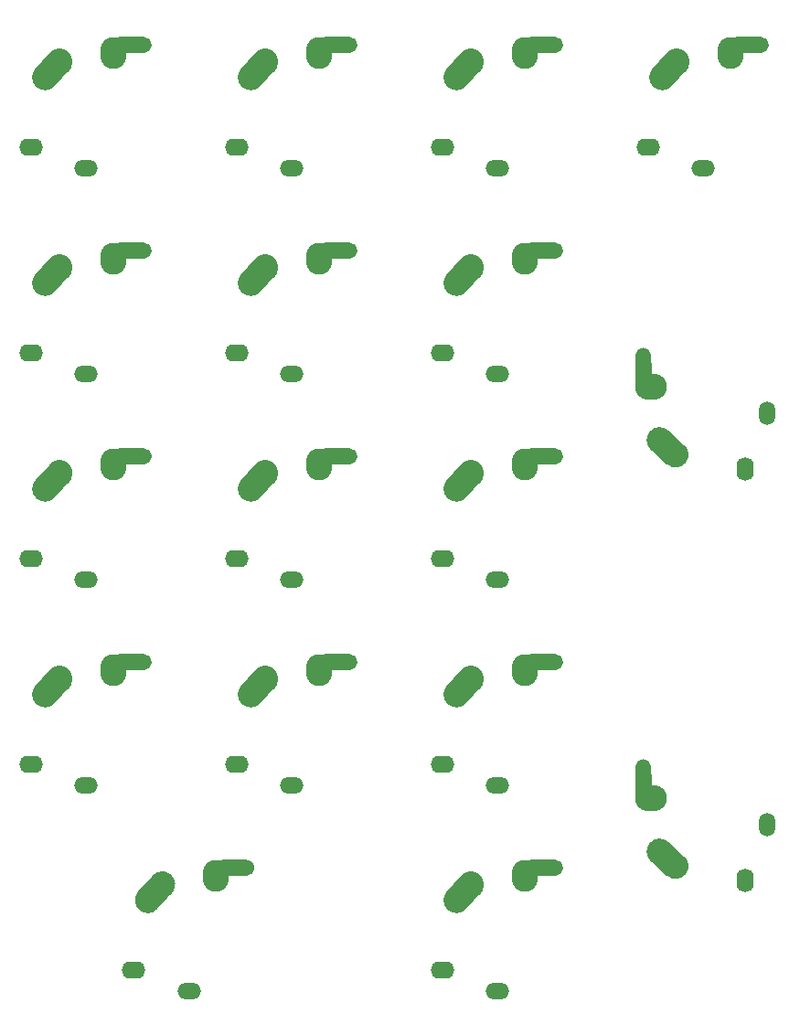
<source format=gbs>
G04 #@! TF.GenerationSoftware,KiCad,Pcbnew,(5.1.10)-1*
G04 #@! TF.CreationDate,2021-05-19T19:05:48-07:00*
G04 #@! TF.ProjectId,numpad,6e756d70-6164-42e6-9b69-6361645f7063,rev?*
G04 #@! TF.SameCoordinates,Original*
G04 #@! TF.FileFunction,Soldermask,Bot*
G04 #@! TF.FilePolarity,Negative*
%FSLAX46Y46*%
G04 Gerber Fmt 4.6, Leading zero omitted, Abs format (unit mm)*
G04 Created by KiCad (PCBNEW (5.1.10)-1) date 2021-05-19 19:05:48*
%MOMM*%
%LPD*%
G01*
G04 APERTURE LIST*
%ADD10O,2.400000X2.950000*%
%ADD11C,2.400000*%
%ADD12O,2.200000X1.600000*%
%ADD13O,2.200000X1.500000*%
%ADD14O,2.950000X2.400000*%
%ADD15O,1.600000X2.200000*%
%ADD16O,1.500000X2.200000*%
G04 APERTURE END LIST*
G36*
G01*
X130245726Y-127615793D02*
X131583988Y-126129503D01*
G75*
G02*
X133278719Y-126040686I891774J-802957D01*
G01*
X133278719Y-126040686D01*
G75*
G02*
X133367536Y-127735417I-802957J-891774D01*
G01*
X132029274Y-129221707D01*
G75*
G02*
X130334543Y-129310524I-891774J802957D01*
G01*
X130334543Y-129310524D01*
G75*
G02*
X130245726Y-127615793I802957J891774D01*
G01*
G37*
D10*
X137437500Y-126168750D03*
D11*
X132437500Y-126968750D03*
G36*
G01*
X136637626Y-125447547D02*
X136637626Y-125447547D01*
G75*
G02*
X137381052Y-124691031I749971J6545D01*
G01*
X140280942Y-124665725D01*
G75*
G02*
X141037458Y-125409151I6545J-749971D01*
G01*
X141037458Y-125409151D01*
G75*
G02*
X140294032Y-126165667I-749971J-6545D01*
G01*
X137394142Y-126190973D01*
G75*
G02*
X136637626Y-125447547I-6545J749971D01*
G01*
G37*
D12*
X129837500Y-134868750D03*
D13*
X134937500Y-136868750D03*
X134937500Y-117818750D03*
D12*
X129837500Y-115818750D03*
G36*
G01*
X136637626Y-106397547D02*
X136637626Y-106397547D01*
G75*
G02*
X137381052Y-105641031I749971J6545D01*
G01*
X140280942Y-105615725D01*
G75*
G02*
X141037458Y-106359151I6545J-749971D01*
G01*
X141037458Y-106359151D01*
G75*
G02*
X140294032Y-107115667I-749971J-6545D01*
G01*
X137394142Y-107140973D01*
G75*
G02*
X136637626Y-106397547I-6545J749971D01*
G01*
G37*
D11*
X132437500Y-107918750D03*
D10*
X137437500Y-107118750D03*
G36*
G01*
X130245726Y-108565793D02*
X131583988Y-107079503D01*
G75*
G02*
X133278719Y-106990686I891774J-802957D01*
G01*
X133278719Y-106990686D01*
G75*
G02*
X133367536Y-108685417I-802957J-891774D01*
G01*
X132029274Y-110171707D01*
G75*
G02*
X130334543Y-110260524I-891774J802957D01*
G01*
X130334543Y-110260524D01*
G75*
G02*
X130245726Y-108565793I802957J891774D01*
G01*
G37*
G36*
G01*
X111195726Y-108565793D02*
X112533988Y-107079503D01*
G75*
G02*
X114228719Y-106990686I891774J-802957D01*
G01*
X114228719Y-106990686D01*
G75*
G02*
X114317536Y-108685417I-802957J-891774D01*
G01*
X112979274Y-110171707D01*
G75*
G02*
X111284543Y-110260524I-891774J802957D01*
G01*
X111284543Y-110260524D01*
G75*
G02*
X111195726Y-108565793I802957J891774D01*
G01*
G37*
X118387500Y-107118750D03*
D11*
X113387500Y-107918750D03*
G36*
G01*
X117587626Y-106397547D02*
X117587626Y-106397547D01*
G75*
G02*
X118331052Y-105641031I749971J6545D01*
G01*
X121230942Y-105615725D01*
G75*
G02*
X121987458Y-106359151I6545J-749971D01*
G01*
X121987458Y-106359151D01*
G75*
G02*
X121244032Y-107115667I-749971J-6545D01*
G01*
X118344142Y-107140973D01*
G75*
G02*
X117587626Y-106397547I-6545J749971D01*
G01*
G37*
D12*
X110787500Y-115818750D03*
D13*
X115887500Y-117818750D03*
X96837500Y-117818750D03*
D12*
X91737500Y-115818750D03*
G36*
G01*
X98537626Y-106397547D02*
X98537626Y-106397547D01*
G75*
G02*
X99281052Y-105641031I749971J6545D01*
G01*
X102180942Y-105615725D01*
G75*
G02*
X102937458Y-106359151I6545J-749971D01*
G01*
X102937458Y-106359151D01*
G75*
G02*
X102194032Y-107115667I-749971J-6545D01*
G01*
X99294142Y-107140973D01*
G75*
G02*
X98537626Y-106397547I-6545J749971D01*
G01*
G37*
D11*
X94337500Y-107918750D03*
D10*
X99337500Y-107118750D03*
G36*
G01*
X92145726Y-108565793D02*
X93483988Y-107079503D01*
G75*
G02*
X95178719Y-106990686I891774J-802957D01*
G01*
X95178719Y-106990686D01*
G75*
G02*
X95267536Y-108685417I-802957J-891774D01*
G01*
X93929274Y-110171707D01*
G75*
G02*
X92234543Y-110260524I-891774J802957D01*
G01*
X92234543Y-110260524D01*
G75*
G02*
X92145726Y-108565793I802957J891774D01*
G01*
G37*
G36*
G01*
X130245726Y-89515793D02*
X131583988Y-88029503D01*
G75*
G02*
X133278719Y-87940686I891774J-802957D01*
G01*
X133278719Y-87940686D01*
G75*
G02*
X133367536Y-89635417I-802957J-891774D01*
G01*
X132029274Y-91121707D01*
G75*
G02*
X130334543Y-91210524I-891774J802957D01*
G01*
X130334543Y-91210524D01*
G75*
G02*
X130245726Y-89515793I802957J891774D01*
G01*
G37*
X137437500Y-88068750D03*
D11*
X132437500Y-88868750D03*
G36*
G01*
X136637626Y-87347547D02*
X136637626Y-87347547D01*
G75*
G02*
X137381052Y-86591031I749971J6545D01*
G01*
X140280942Y-86565725D01*
G75*
G02*
X141037458Y-87309151I6545J-749971D01*
G01*
X141037458Y-87309151D01*
G75*
G02*
X140294032Y-88065667I-749971J-6545D01*
G01*
X137394142Y-88090973D01*
G75*
G02*
X136637626Y-87347547I-6545J749971D01*
G01*
G37*
D12*
X129837500Y-96768750D03*
D13*
X134937500Y-98768750D03*
X115887500Y-98768750D03*
D12*
X110787500Y-96768750D03*
G36*
G01*
X117587626Y-87347547D02*
X117587626Y-87347547D01*
G75*
G02*
X118331052Y-86591031I749971J6545D01*
G01*
X121230942Y-86565725D01*
G75*
G02*
X121987458Y-87309151I6545J-749971D01*
G01*
X121987458Y-87309151D01*
G75*
G02*
X121244032Y-88065667I-749971J-6545D01*
G01*
X118344142Y-88090973D01*
G75*
G02*
X117587626Y-87347547I-6545J749971D01*
G01*
G37*
D11*
X113387500Y-88868750D03*
D10*
X118387500Y-88068750D03*
G36*
G01*
X111195726Y-89515793D02*
X112533988Y-88029503D01*
G75*
G02*
X114228719Y-87940686I891774J-802957D01*
G01*
X114228719Y-87940686D01*
G75*
G02*
X114317536Y-89635417I-802957J-891774D01*
G01*
X112979274Y-91121707D01*
G75*
G02*
X111284543Y-91210524I-891774J802957D01*
G01*
X111284543Y-91210524D01*
G75*
G02*
X111195726Y-89515793I802957J891774D01*
G01*
G37*
G36*
G01*
X92152477Y-89515793D02*
X93490739Y-88029503D01*
G75*
G02*
X95185470Y-87940686I891774J-802957D01*
G01*
X95185470Y-87940686D01*
G75*
G02*
X95274287Y-89635417I-802957J-891774D01*
G01*
X93936025Y-91121707D01*
G75*
G02*
X92241294Y-91210524I-891774J802957D01*
G01*
X92241294Y-91210524D01*
G75*
G02*
X92152477Y-89515793I802957J891774D01*
G01*
G37*
X99344251Y-88068750D03*
D11*
X94344251Y-88868750D03*
G36*
G01*
X98544377Y-87347547D02*
X98544377Y-87347547D01*
G75*
G02*
X99287803Y-86591031I749971J6545D01*
G01*
X102187693Y-86565725D01*
G75*
G02*
X102944209Y-87309151I6545J-749971D01*
G01*
X102944209Y-87309151D01*
G75*
G02*
X102200783Y-88065667I-749971J-6545D01*
G01*
X99300893Y-88090973D01*
G75*
G02*
X98544377Y-87347547I-6545J749971D01*
G01*
G37*
D12*
X91744251Y-96768750D03*
D13*
X96844251Y-98768750D03*
G36*
G01*
X130245726Y-70465793D02*
X131583988Y-68979503D01*
G75*
G02*
X133278719Y-68890686I891774J-802957D01*
G01*
X133278719Y-68890686D01*
G75*
G02*
X133367536Y-70585417I-802957J-891774D01*
G01*
X132029274Y-72071707D01*
G75*
G02*
X130334543Y-72160524I-891774J802957D01*
G01*
X130334543Y-72160524D01*
G75*
G02*
X130245726Y-70465793I802957J891774D01*
G01*
G37*
D10*
X137437500Y-69018750D03*
D11*
X132437500Y-69818750D03*
G36*
G01*
X136637626Y-68297547D02*
X136637626Y-68297547D01*
G75*
G02*
X137381052Y-67541031I749971J6545D01*
G01*
X140280942Y-67515725D01*
G75*
G02*
X141037458Y-68259151I6545J-749971D01*
G01*
X141037458Y-68259151D01*
G75*
G02*
X140294032Y-69015667I-749971J-6545D01*
G01*
X137394142Y-69040973D01*
G75*
G02*
X136637626Y-68297547I-6545J749971D01*
G01*
G37*
D12*
X129837500Y-77718750D03*
D13*
X134937500Y-79718750D03*
X115887500Y-79718750D03*
D12*
X110787500Y-77718750D03*
G36*
G01*
X117587626Y-68297547D02*
X117587626Y-68297547D01*
G75*
G02*
X118331052Y-67541031I749971J6545D01*
G01*
X121230942Y-67515725D01*
G75*
G02*
X121987458Y-68259151I6545J-749971D01*
G01*
X121987458Y-68259151D01*
G75*
G02*
X121244032Y-69015667I-749971J-6545D01*
G01*
X118344142Y-69040973D01*
G75*
G02*
X117587626Y-68297547I-6545J749971D01*
G01*
G37*
D11*
X113387500Y-69818750D03*
D10*
X118387500Y-69018750D03*
G36*
G01*
X111195726Y-70465793D02*
X112533988Y-68979503D01*
G75*
G02*
X114228719Y-68890686I891774J-802957D01*
G01*
X114228719Y-68890686D01*
G75*
G02*
X114317536Y-70585417I-802957J-891774D01*
G01*
X112979274Y-72071707D01*
G75*
G02*
X111284543Y-72160524I-891774J802957D01*
G01*
X111284543Y-72160524D01*
G75*
G02*
X111195726Y-70465793I802957J891774D01*
G01*
G37*
G36*
G01*
X92145726Y-70465793D02*
X93483988Y-68979503D01*
G75*
G02*
X95178719Y-68890686I891774J-802957D01*
G01*
X95178719Y-68890686D01*
G75*
G02*
X95267536Y-70585417I-802957J-891774D01*
G01*
X93929274Y-72071707D01*
G75*
G02*
X92234543Y-72160524I-891774J802957D01*
G01*
X92234543Y-72160524D01*
G75*
G02*
X92145726Y-70465793I802957J891774D01*
G01*
G37*
X99337500Y-69018750D03*
D11*
X94337500Y-69818750D03*
G36*
G01*
X98537626Y-68297547D02*
X98537626Y-68297547D01*
G75*
G02*
X99281052Y-67541031I749971J6545D01*
G01*
X102180942Y-67515725D01*
G75*
G02*
X102937458Y-68259151I6545J-749971D01*
G01*
X102937458Y-68259151D01*
G75*
G02*
X102194032Y-69015667I-749971J-6545D01*
G01*
X99294142Y-69040973D01*
G75*
G02*
X98537626Y-68297547I-6545J749971D01*
G01*
G37*
D12*
X91737500Y-77718750D03*
D13*
X96837500Y-79718750D03*
X153987500Y-60668750D03*
D12*
X148887500Y-58668750D03*
G36*
G01*
X155687626Y-49247547D02*
X155687626Y-49247547D01*
G75*
G02*
X156431052Y-48491031I749971J6545D01*
G01*
X159330942Y-48465725D01*
G75*
G02*
X160087458Y-49209151I6545J-749971D01*
G01*
X160087458Y-49209151D01*
G75*
G02*
X159344032Y-49965667I-749971J-6545D01*
G01*
X156444142Y-49990973D01*
G75*
G02*
X155687626Y-49247547I-6545J749971D01*
G01*
G37*
D11*
X151487500Y-50768750D03*
D10*
X156487500Y-49968750D03*
G36*
G01*
X149295726Y-51415793D02*
X150633988Y-49929503D01*
G75*
G02*
X152328719Y-49840686I891774J-802957D01*
G01*
X152328719Y-49840686D01*
G75*
G02*
X152417536Y-51535417I-802957J-891774D01*
G01*
X151079274Y-53021707D01*
G75*
G02*
X149384543Y-53110524I-891774J802957D01*
G01*
X149384543Y-53110524D01*
G75*
G02*
X149295726Y-51415793I802957J891774D01*
G01*
G37*
G36*
G01*
X130245726Y-51415793D02*
X131583988Y-49929503D01*
G75*
G02*
X133278719Y-49840686I891774J-802957D01*
G01*
X133278719Y-49840686D01*
G75*
G02*
X133367536Y-51535417I-802957J-891774D01*
G01*
X132029274Y-53021707D01*
G75*
G02*
X130334543Y-53110524I-891774J802957D01*
G01*
X130334543Y-53110524D01*
G75*
G02*
X130245726Y-51415793I802957J891774D01*
G01*
G37*
X137437500Y-49968750D03*
D11*
X132437500Y-50768750D03*
G36*
G01*
X136637626Y-49247547D02*
X136637626Y-49247547D01*
G75*
G02*
X137381052Y-48491031I749971J6545D01*
G01*
X140280942Y-48465725D01*
G75*
G02*
X141037458Y-49209151I6545J-749971D01*
G01*
X141037458Y-49209151D01*
G75*
G02*
X140294032Y-49965667I-749971J-6545D01*
G01*
X137394142Y-49990973D01*
G75*
G02*
X136637626Y-49247547I-6545J749971D01*
G01*
G37*
D12*
X129837500Y-58668750D03*
D13*
X134937500Y-60668750D03*
X115887500Y-60668750D03*
D12*
X110787500Y-58668750D03*
G36*
G01*
X117587626Y-49247547D02*
X117587626Y-49247547D01*
G75*
G02*
X118331052Y-48491031I749971J6545D01*
G01*
X121230942Y-48465725D01*
G75*
G02*
X121987458Y-49209151I6545J-749971D01*
G01*
X121987458Y-49209151D01*
G75*
G02*
X121244032Y-49965667I-749971J-6545D01*
G01*
X118344142Y-49990973D01*
G75*
G02*
X117587626Y-49247547I-6545J749971D01*
G01*
G37*
D11*
X113387500Y-50768750D03*
D10*
X118387500Y-49968750D03*
G36*
G01*
X111195726Y-51415793D02*
X112533988Y-49929503D01*
G75*
G02*
X114228719Y-49840686I891774J-802957D01*
G01*
X114228719Y-49840686D01*
G75*
G02*
X114317536Y-51535417I-802957J-891774D01*
G01*
X112979274Y-53021707D01*
G75*
G02*
X111284543Y-53110524I-891774J802957D01*
G01*
X111284543Y-53110524D01*
G75*
G02*
X111195726Y-51415793I802957J891774D01*
G01*
G37*
G36*
G01*
X92145726Y-51415793D02*
X93483988Y-49929503D01*
G75*
G02*
X95178719Y-49840686I891774J-802957D01*
G01*
X95178719Y-49840686D01*
G75*
G02*
X95267536Y-51535417I-802957J-891774D01*
G01*
X93929274Y-53021707D01*
G75*
G02*
X92234543Y-53110524I-891774J802957D01*
G01*
X92234543Y-53110524D01*
G75*
G02*
X92145726Y-51415793I802957J891774D01*
G01*
G37*
X99337500Y-49968750D03*
D11*
X94337500Y-50768750D03*
G36*
G01*
X98537626Y-49247547D02*
X98537626Y-49247547D01*
G75*
G02*
X99281052Y-48491031I749971J6545D01*
G01*
X102180942Y-48465725D01*
G75*
G02*
X102937458Y-49209151I6545J-749971D01*
G01*
X102937458Y-49209151D01*
G75*
G02*
X102194032Y-49965667I-749971J-6545D01*
G01*
X99294142Y-49990973D01*
G75*
G02*
X98537626Y-49247547I-6545J749971D01*
G01*
G37*
D12*
X91737500Y-58668750D03*
D13*
X96837500Y-60668750D03*
G36*
G01*
X150634543Y-88035524D02*
X149148253Y-86697262D01*
G75*
G02*
X149059436Y-85002531I802957J891774D01*
G01*
X149059436Y-85002531D01*
G75*
G02*
X150754167Y-84913714I891774J-802957D01*
G01*
X152240457Y-86251976D01*
G75*
G02*
X152329274Y-87946707I-802957J-891774D01*
G01*
X152329274Y-87946707D01*
G75*
G02*
X150634543Y-88035524I-891774J802957D01*
G01*
G37*
D14*
X149187500Y-80843750D03*
D11*
X149987500Y-85843750D03*
G36*
G01*
X148466297Y-81643624D02*
X148466297Y-81643624D01*
G75*
G02*
X147709781Y-80900198I-6545J749971D01*
G01*
X147684475Y-78000308D01*
G75*
G02*
X148427901Y-77243792I749971J6545D01*
G01*
X148427901Y-77243792D01*
G75*
G02*
X149184417Y-77987218I6545J-749971D01*
G01*
X149209723Y-80887108D01*
G75*
G02*
X148466297Y-81643624I-749971J-6545D01*
G01*
G37*
D15*
X157887500Y-88443750D03*
D16*
X159887500Y-83343750D03*
G36*
G01*
X150634543Y-126135524D02*
X149148253Y-124797262D01*
G75*
G02*
X149059436Y-123102531I802957J891774D01*
G01*
X149059436Y-123102531D01*
G75*
G02*
X150754167Y-123013714I891774J-802957D01*
G01*
X152240457Y-124351976D01*
G75*
G02*
X152329274Y-126046707I-802957J-891774D01*
G01*
X152329274Y-126046707D01*
G75*
G02*
X150634543Y-126135524I-891774J802957D01*
G01*
G37*
D14*
X149187500Y-118943750D03*
D11*
X149987500Y-123943750D03*
G36*
G01*
X148466297Y-119743624D02*
X148466297Y-119743624D01*
G75*
G02*
X147709781Y-119000198I-6545J749971D01*
G01*
X147684475Y-116100308D01*
G75*
G02*
X148427901Y-115343792I749971J6545D01*
G01*
X148427901Y-115343792D01*
G75*
G02*
X149184417Y-116087218I6545J-749971D01*
G01*
X149209723Y-118987108D01*
G75*
G02*
X148466297Y-119743624I-749971J-6545D01*
G01*
G37*
D15*
X157887500Y-126543750D03*
D16*
X159887500Y-121443750D03*
G36*
G01*
X101670726Y-127615793D02*
X103008988Y-126129503D01*
G75*
G02*
X104703719Y-126040686I891774J-802957D01*
G01*
X104703719Y-126040686D01*
G75*
G02*
X104792536Y-127735417I-802957J-891774D01*
G01*
X103454274Y-129221707D01*
G75*
G02*
X101759543Y-129310524I-891774J802957D01*
G01*
X101759543Y-129310524D01*
G75*
G02*
X101670726Y-127615793I802957J891774D01*
G01*
G37*
D10*
X108862500Y-126168750D03*
D11*
X103862500Y-126968750D03*
G36*
G01*
X108062626Y-125447547D02*
X108062626Y-125447547D01*
G75*
G02*
X108806052Y-124691031I749971J6545D01*
G01*
X111705942Y-124665725D01*
G75*
G02*
X112462458Y-125409151I6545J-749971D01*
G01*
X112462458Y-125409151D01*
G75*
G02*
X111719032Y-126165667I-749971J-6545D01*
G01*
X108819142Y-126190973D01*
G75*
G02*
X108062626Y-125447547I-6545J749971D01*
G01*
G37*
D12*
X101262500Y-134868750D03*
D13*
X106362500Y-136868750D03*
M02*

</source>
